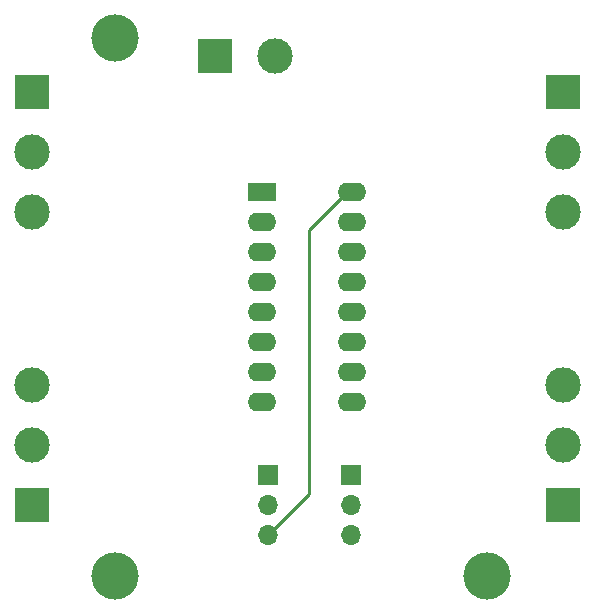
<source format=gbr>
G04 #@! TF.GenerationSoftware,KiCad,Pcbnew,(5.1.4-0)*
G04 #@! TF.CreationDate,2020-03-02T15:49:52+03:00*
G04 #@! TF.ProjectId,Diff2TTL,44696666-3254-4544-9c2e-6b696361645f,rev?*
G04 #@! TF.SameCoordinates,Original*
G04 #@! TF.FileFunction,Copper,L2,Bot*
G04 #@! TF.FilePolarity,Positive*
%FSLAX46Y46*%
G04 Gerber Fmt 4.6, Leading zero omitted, Abs format (unit mm)*
G04 Created by KiCad (PCBNEW (5.1.4-0)) date 2020-03-02 15:49:52*
%MOMM*%
%LPD*%
G04 APERTURE LIST*
%ADD10O,1.700000X1.700000*%
%ADD11R,1.700000X1.700000*%
%ADD12C,3.000000*%
%ADD13R,3.000000X3.000000*%
%ADD14O,2.400000X1.600000*%
%ADD15R,2.400000X1.600000*%
%ADD16C,4.000000*%
%ADD17C,0.250000*%
G04 APERTURE END LIST*
D10*
X122000000Y-87580000D03*
X122000000Y-85040000D03*
D11*
X122000000Y-82500000D03*
D10*
X115000000Y-87580000D03*
X115000000Y-85040000D03*
D11*
X115000000Y-82500000D03*
D12*
X140000000Y-74840000D03*
X140000000Y-79920000D03*
D13*
X140000000Y-85000000D03*
D12*
X140000000Y-60160000D03*
X140000000Y-55080000D03*
D13*
X140000000Y-50000000D03*
D12*
X95000000Y-74840000D03*
X95000000Y-79920000D03*
D13*
X95000000Y-85000000D03*
D12*
X95000000Y-60160000D03*
X95000000Y-55080000D03*
D13*
X95000000Y-50000000D03*
D12*
X115580000Y-47000000D03*
D13*
X110500000Y-47000000D03*
D14*
X122120000Y-58500000D03*
X114500000Y-76280000D03*
X122120000Y-61040000D03*
X114500000Y-73740000D03*
X122120000Y-63580000D03*
X114500000Y-71200000D03*
X122120000Y-66120000D03*
X114500000Y-68660000D03*
X122120000Y-68660000D03*
X114500000Y-66120000D03*
X122120000Y-71200000D03*
X114500000Y-63580000D03*
X122120000Y-73740000D03*
X114500000Y-61040000D03*
X122120000Y-76280000D03*
D15*
X114500000Y-58500000D03*
D16*
X102000000Y-91000000D03*
X133500000Y-91000000D03*
X102000000Y-45500000D03*
D17*
X121720000Y-58500000D02*
X118500000Y-61720000D01*
X122120000Y-58500000D02*
X121720000Y-58500000D01*
X118500000Y-84080000D02*
X115000000Y-87580000D01*
X118500000Y-61720000D02*
X118500000Y-84080000D01*
M02*

</source>
